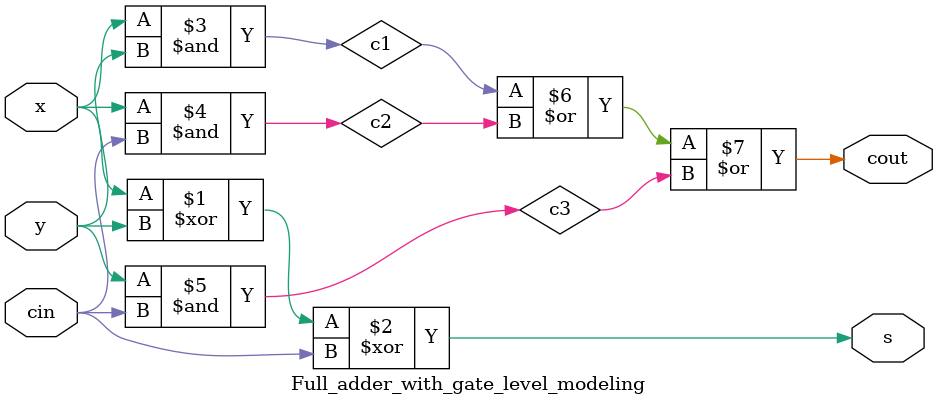
<source format=v>
`timescale 1ns / 1ps


module Full_adder_with_gate_level_modeling(
input x,y,cin,
output s,cout
    );
    wire c1,c2,c3;
    
    xor xor_unit(s,x,y,cin);
    and and_unit1(c1,x,y);
    and and_unit2(c2,x,cin);
    and and_unit3(c3,y,cin);
    or or_unit(cout,c1,c2,c3);
    
endmodule

</source>
